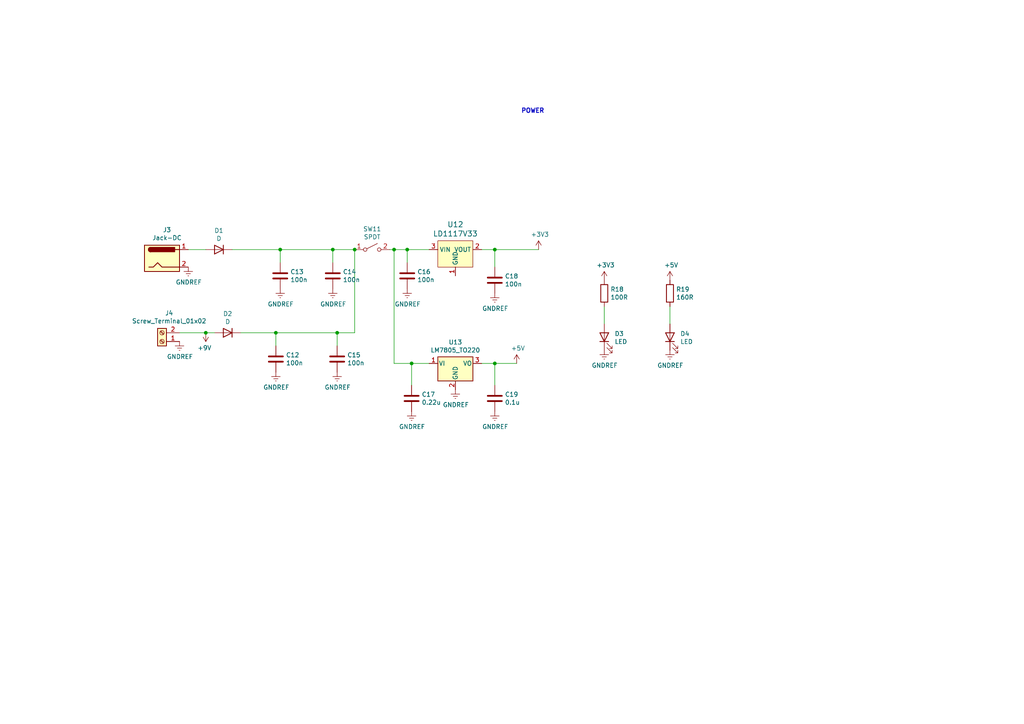
<source format=kicad_sch>
(kicad_sch (version 20211123) (generator eeschema)
  (paper "A4")
  (lib_symbols
    (symbol "Connector:Jack-DC" (pin_names (offset 1.016))
      (property "Reference" "J" (at 0 5.334 0))
      (property "Value" "Jack-DC" (at 0 -5.08 0))
      (symbol "Jack-DC_0_1"
        (rectangle (start -5.08 3.81) (end 5.08 -3.81) (stroke (width 0.254)) (fill (type background)))
        (arc (start -3.302 3.175) (mid -3.937 2.54) (end -3.302 1.905) (stroke (width 0.254)))
        (arc (start -3.302 3.175) (mid -3.937 2.54) (end -3.302 1.905) (stroke (width 0.254)) (fill (type outline)))
        (polyline (pts (xy 5.08 2.54) (xy 3.81 2.54)) (stroke (width 0.254)))
        (polyline (pts (xy -3.81 -2.54) (xy -2.54 -2.54) (xy -1.27 -1.27) (xy 0 -2.54) (xy 2.54 -2.54) (xy 5.08 -2.54)) (stroke (width 0.254)))
        (rectangle (start 3.683 3.175) (end -3.302 1.905) (stroke (width 0.254)) (fill (type outline)))
      )
      (symbol "Jack-DC_1_1"
        (pin passive line (at 7.62 2.54 180) (length 2.54) (name "~") (number "1"))
        (pin passive line (at 7.62 -2.54 180) (length 2.54) (name "~") (number "2"))
      )
    )
    (symbol "Connector:Screw_Terminal_01x02" (pin_names (offset 1.016) hide)
      (property "Reference" "J" (at 0 2.54 0))
      (property "Value" "Screw_Terminal_01x02" (at 0 -5.08 0))
      (symbol "Screw_Terminal_01x02_1_1"
        (rectangle (start -1.27 1.27) (end 1.27 -3.81) (stroke (width 0.254)) (fill (type background)))
        (circle (center 0 -2.54) (radius 0.635) (stroke (width 0.1524)))
        (polyline (pts (xy -0.5334 -2.2098) (xy 0.3302 -3.048)) (stroke (width 0.1524)))
        (polyline (pts (xy -0.5334 0.3302) (xy 0.3302 -0.508)) (stroke (width 0.1524)))
        (polyline (pts (xy -0.3556 -2.032) (xy 0.508 -2.8702)) (stroke (width 0.1524)))
        (polyline (pts (xy -0.3556 0.508) (xy 0.508 -0.3302)) (stroke (width 0.1524)))
        (circle (center 0 0) (radius 0.635) (stroke (width 0.1524)))
        (pin passive line (at -5.08 0 0) (length 3.81) (name "Pin_1") (number "1"))
        (pin passive line (at -5.08 -2.54 0) (length 3.81) (name "Pin_2") (number "2"))
      )
    )
    (symbol "Device:C" (pin_numbers hide) (pin_names (offset 0.254))
      (property "Reference" "C" (at 0.635 2.54 0))
      (property "Value" "C" (at 0.635 -2.54 0))
      (symbol "C_0_1"
        (polyline (pts (xy -2.032 -0.762) (xy 2.032 -0.762)) (stroke (width 0.508)))
        (polyline (pts (xy -2.032 0.762) (xy 2.032 0.762)) (stroke (width 0.508)))
      )
      (symbol "C_1_1"
        (pin passive line (at 0 3.81 270) (length 2.794) (name "~") (number "1"))
        (pin passive line (at 0 -3.81 90) (length 2.794) (name "~") (number "2"))
      )
    )
    (symbol "Device:D" (pin_numbers hide) (pin_names (offset 1.016) hide)
      (property "Reference" "D" (at 0 2.54 0))
      (property "Value" "D" (at 0 -2.54 0))
      (symbol "D_0_1"
        (polyline (pts (xy -1.27 1.27) (xy -1.27 -1.27)) (stroke (width 0.254)))
        (polyline (pts (xy 1.27 0) (xy -1.27 0)))
        (polyline (pts (xy 1.27 1.27) (xy 1.27 -1.27) (xy -1.27 0) (xy 1.27 1.27)) (stroke (width 0.254)))
      )
      (symbol "D_1_1"
        (pin passive line (at -3.81 0 0) (length 2.54) (name "K") (number "1"))
        (pin passive line (at 3.81 0 180) (length 2.54) (name "A") (number "2"))
      )
    )
    (symbol "Device:LED" (pin_numbers hide) (pin_names (offset 1.016) hide)
      (property "Reference" "D" (at 0 2.54 0))
      (property "Value" "LED" (at 0 -2.54 0))
      (symbol "LED_0_1"
        (polyline (pts (xy -1.27 -1.27) (xy -1.27 1.27)) (stroke (width 0.254)))
        (polyline (pts (xy -1.27 0) (xy 1.27 0)))
        (polyline (pts (xy 1.27 -1.27) (xy 1.27 1.27) (xy -1.27 0) (xy 1.27 -1.27)) (stroke (width 0.254)))
        (polyline (pts (xy -3.048 -0.762) (xy -4.572 -2.286) (xy -3.81 -2.286) (xy -4.572 -2.286) (xy -4.572 -1.524)))
        (polyline (pts (xy -1.778 -0.762) (xy -3.302 -2.286) (xy -2.54 -2.286) (xy -3.302 -2.286) (xy -3.302 -1.524)))
      )
      (symbol "LED_1_1"
        (pin passive line (at -3.81 0 0) (length 2.54) (name "K") (number "1"))
        (pin passive line (at 3.81 0 180) (length 2.54) (name "A") (number "2"))
      )
    )
    (symbol "Device:R" (pin_numbers hide) (pin_names (offset 0))
      (property "Reference" "R" (at 2.032 0 90))
      (property "Value" "R" (at 0 0 90))
      (symbol "R_0_1"
        (rectangle (start -1.016 -2.54) (end 1.016 2.54) (stroke (width 0.254)))
      )
      (symbol "R_1_1"
        (pin passive line (at 0 3.81 270) (length 1.27) (name "~") (number "1"))
        (pin passive line (at 0 -3.81 90) (length 1.27) (name "~") (number "2"))
      )
    )
    (symbol "Regulator_Linear:LM7805_TO220" (pin_names (offset 0.254))
      (property "Reference" "U" (at -3.81 3.175 0))
      (property "Value" "LM7805_TO220" (at 0 3.175 0))
      (symbol "LM7805_TO220_0_1"
        (rectangle (start -5.08 1.905) (end 5.08 -5.08) (stroke (width 0.254)) (fill (type background)))
      )
      (symbol "LM7805_TO220_1_1"
        (pin power_in line (at -7.62 0 0) (length 2.54) (name "VI") (number "1"))
        (pin power_in line (at 0 -7.62 90) (length 2.54) (name "GND") (number "2"))
        (pin power_out line (at 7.62 0 180) (length 2.54) (name "VO") (number "3"))
      )
    )
    (symbol "Switch:SW_SPST" (pin_names (offset 0) hide)
      (property "Reference" "SW" (at 0 3.175 0))
      (property "Value" "SW_SPST" (at 0 -2.54 0))
      (symbol "SW_SPST_0_0"
        (circle (center -2.032 0) (radius 0.508))
        (polyline (pts (xy -1.524 0.254) (xy 1.524 1.778)))
        (circle (center 2.032 0) (radius 0.508))
      )
      (symbol "SW_SPST_1_1"
        (pin passive line (at -5.08 0 0) (length 2.54) (name "A") (number "1"))
        (pin passive line (at 5.08 0 180) (length 2.54) (name "B") (number "2"))
      )
    )
    (symbol "dk_PMIC-Voltage-Regulators-Linear:LD1117V33"
      (property "Reference" "U" (at 0 3.81 0))
      (property "Value" "dk_PMIC-Voltage-Regulators-Linear_LD1117V33" (at 0 6.35 0))
      (symbol "LD1117V33_1_1"
        (rectangle (start -5.08 2.54) (end 5.08 -5.08) (fill (type background)))
        (pin power_in line (at 0 -7.62 90) (length 2.54) (name "GND") (number "1"))
        (pin power_out line (at 7.62 0 180) (length 2.54) (name "VOUT") (number "2"))
        (pin power_in line (at -7.62 0 0) (length 2.54) (name "VIN") (number "3"))
      )
    )
    (symbol "power:+3.3V" (power) (pin_names (offset 0))
      (property "Value" "+3.3V" (at 0 3.556 0))
      (symbol "+3.3V_0_1"
        (polyline (pts (xy -0.762 1.27) (xy 0 2.54)))
        (polyline (pts (xy 0 0) (xy 0 2.54)))
        (polyline (pts (xy 0 2.54) (xy 0.762 1.27)))
      )
      (symbol "+3.3V_1_1"
        (pin power_in line (at 0 0 90) (length 0) hide (name "+3V3") (number "1"))
      )
    )
    (symbol "power:+5V" (power) (pin_names (offset 0))
      (property "Value" "+5V" (at 0 3.556 0))
      (symbol "+5V_0_1"
        (polyline (pts (xy -0.762 1.27) (xy 0 2.54)))
        (polyline (pts (xy 0 0) (xy 0 2.54)))
        (polyline (pts (xy 0 2.54) (xy 0.762 1.27)))
      )
      (symbol "+5V_1_1"
        (pin power_in line (at 0 0 90) (length 0) hide (name "+5V") (number "1"))
      )
    )
    (symbol "power:+9V" (power) (pin_names (offset 0))
      (property "Value" "+9V" (at 0 3.556 0))
      (symbol "+9V_0_1"
        (polyline (pts (xy -0.762 1.27) (xy 0 2.54)))
        (polyline (pts (xy 0 0) (xy 0 2.54)))
        (polyline (pts (xy 0 2.54) (xy 0.762 1.27)))
      )
      (symbol "+9V_1_1"
        (pin power_in line (at 0 0 90) (length 0) hide (name "+9V") (number "1"))
      )
    )
    (symbol "power:GNDREF" (power) (pin_names (offset 0))
      (property "Value" "GNDREF" (at 0 -3.81 0))
      (symbol "GNDREF_0_1"
        (polyline (pts (xy -0.635 -1.905) (xy 0.635 -1.905)))
        (polyline (pts (xy -0.127 -2.54) (xy 0.127 -2.54)))
        (polyline (pts (xy 0 -1.27) (xy 0 0)))
        (polyline (pts (xy 1.27 -1.27) (xy -1.27 -1.27)))
      )
      (symbol "GNDREF_1_1"
        (pin power_in line (at 0 0 270) (length 0) hide (name "GNDREF") (number "1"))
      )
    )
  )
  (junction (at 80.01 96.52))
  (junction (at 143.51 105.41))
  (junction (at 59.69 96.52))
  (junction (at 118.11 72.39))
  (junction (at 143.51 72.39))
  (junction (at 119.38 105.41))
  (junction (at 102.87 72.39))
  (junction (at 114.3 72.39))
  (junction (at 81.28 72.39))
  (junction (at 97.79 96.52))
  (junction (at 96.52 72.39))
  (wire (pts (xy 81.28 72.39) (xy 81.28 76.2)))
  (wire (pts (xy 69.85 96.52) (xy 80.01 96.52)))
  (wire (pts (xy 143.51 72.39) (xy 156.21 72.39)))
  (wire (pts (xy 80.01 96.52) (xy 80.01 100.33)))
  (wire (pts (xy 139.7 72.39) (xy 143.51 72.39)))
  (wire (pts (xy 119.38 105.41) (xy 124.46 105.41)))
  (wire (pts (xy 118.11 76.2) (xy 118.11 72.39)))
  (wire (pts (xy 97.79 96.52) (xy 97.79 100.33)))
  (wire (pts (xy 175.26 88.9) (xy 175.26 93.98)))
  (wire (pts (xy 81.28 72.39) (xy 96.52 72.39)))
  (wire (pts (xy 114.3 105.41) (xy 119.38 105.41)))
  (wire (pts (xy 143.51 105.41) (xy 143.51 111.76)))
  (wire (pts (xy 67.31 72.39) (xy 81.28 72.39)))
  (wire (pts (xy 118.11 72.39) (xy 124.46 72.39)))
  (wire (pts (xy 194.31 88.9) (xy 194.31 93.98)))
  (wire (pts (xy 143.51 72.39) (xy 143.51 77.47)))
  (wire (pts (xy 114.3 72.39) (xy 114.3 105.41)))
  (wire (pts (xy 102.87 72.39) (xy 96.52 72.39)))
  (wire (pts (xy 80.01 96.52) (xy 97.79 96.52)))
  (wire (pts (xy 102.87 96.52) (xy 102.87 72.39)))
  (wire (pts (xy 139.7 105.41) (xy 143.51 105.41)))
  (wire (pts (xy 96.52 72.39) (xy 96.52 76.2)))
  (wire (pts (xy 113.03 72.39) (xy 114.3 72.39)))
  (wire (pts (xy 52.07 96.52) (xy 59.69 96.52)))
  (wire (pts (xy 119.38 111.76) (xy 119.38 105.41)))
  (wire (pts (xy 62.23 96.52) (xy 59.69 96.52)))
  (wire (pts (xy 143.51 105.41) (xy 149.86 105.41)))
  (wire (pts (xy 54.61 72.39) (xy 59.69 72.39)))
  (wire (pts (xy 97.79 96.52) (xy 102.87 96.52)))
  (wire (pts (xy 114.3 72.39) (xy 118.11 72.39)))
  (text "POWER" (at 151.13 33.02 0) (effects (font (size 1.27 1.27) (thickness 0.254) bold) (justify left bottom)))
  (symbol (lib_id "power:GNDREF") (at 132.08 113.03 0) (unit 1)
    (property "Reference" "#PWR0109" (effects hide))
    (property "Value" "GNDREF" (at 132.207 117.4242 0))
  )
  (symbol (lib_id "power:+9V") (at 59.69 96.52 180) (unit 1)
    (property "Reference" "#PWR0101" (effects hide))
    (property "Value" "+9V" (at 59.309 100.9142 0))
  )
  (symbol (lib_id "Connector:Jack-DC") (at 46.99 74.93 0) (unit 1)
    (property "Reference" "J3" (at 48.4378 66.675 0))
    (property "Value" "Jack-DC" (at 48.4378 68.9864 0))
    (property "Footprint" "Connector_BarrelJack:BarrelJack_Horizontal" (effects hide))
  )
  (symbol (lib_id "Connector:Screw_Terminal_01x02") (at 46.99 99.06 180) (unit 1)
    (property "Reference" "J4" (at 49.0728 90.805 0))
    (property "Value" "Screw_Terminal_01x02" (at 49.0728 93.1164 0))
    (property "Footprint" "TerminalBlock:TerminalBlock_Altech_AK300-2_P5.00mm" (effects hide))
  )
  (symbol (lib_id "Device:D") (at 63.5 72.39 180) (unit 1)
    (property "Reference" "D1" (at 63.5 66.8782 0))
    (property "Value" "D" (at 63.5 69.1896 0))
    (property "Footprint" "Diode_THT:D_DO-41_SOD81_P2.54mm_Vertical_KathodeUp" (effects hide))
  )
  (symbol (lib_id "Device:C") (at 81.28 80.01 0) (unit 1)
    (property "Reference" "C13" (at 84.201 78.8416 0) (effects (justify left)))
    (property "Value" "100n" (at 84.201 81.153 0) (effects (justify left)))
    (property "Footprint" "Capacitor_THT:CP_Radial_D4.0mm_P1.50mm" (effects hide))
  )
  (symbol (lib_id "Device:C") (at 96.52 80.01 0) (unit 1)
    (property "Reference" "C14" (at 99.441 78.8416 0) (effects (justify left)))
    (property "Value" "100n" (at 99.441 81.153 0) (effects (justify left)))
    (property "Footprint" "Capacitor_THT:CP_Radial_D4.0mm_P1.50mm" (effects hide))
  )
  (symbol (lib_id "Device:D") (at 66.04 96.52 180) (unit 1)
    (property "Reference" "D2" (at 66.04 91.0082 0))
    (property "Value" "D" (at 66.04 93.3196 0))
    (property "Footprint" "Diode_THT:D_DO-41_SOD81_P2.54mm_Vertical_KathodeUp" (effects hide))
  )
  (symbol (lib_id "Device:C") (at 80.01 104.14 0) (unit 1)
    (property "Reference" "C12" (at 82.931 102.9716 0) (effects (justify left)))
    (property "Value" "100n" (at 82.931 105.283 0) (effects (justify left)))
    (property "Footprint" "Capacitor_THT:CP_Radial_D4.0mm_P1.50mm" (effects hide))
  )
  (symbol (lib_id "Device:C") (at 97.79 104.14 0) (unit 1)
    (property "Reference" "C15" (at 100.711 102.9716 0) (effects (justify left)))
    (property "Value" "100n" (at 100.711 105.283 0) (effects (justify left)))
    (property "Footprint" "Capacitor_THT:CP_Radial_D4.0mm_P1.50mm" (effects hide))
  )
  (symbol (lib_id "power:GNDREF") (at 52.07 99.06 0) (unit 1)
    (property "Reference" "#PWR025" (effects hide))
    (property "Value" "GNDREF" (at 52.197 103.4542 0))
  )
  (symbol (lib_id "power:GNDREF") (at 54.61 77.47 0) (unit 1)
    (property "Reference" "#PWR026" (effects hide))
    (property "Value" "GNDREF" (at 54.737 81.8642 0))
  )
  (symbol (lib_id "power:GNDREF") (at 81.28 83.82 0) (unit 1)
    (property "Reference" "#PWR028" (effects hide))
    (property "Value" "GNDREF" (at 81.407 88.2142 0))
  )
  (symbol (lib_id "power:GNDREF") (at 96.52 83.82 0) (unit 1)
    (property "Reference" "#PWR029" (effects hide))
    (property "Value" "GNDREF" (at 96.647 88.2142 0))
  )
  (symbol (lib_id "power:GNDREF") (at 80.01 107.95 0) (unit 1)
    (property "Reference" "#PWR027" (effects hide))
    (property "Value" "GNDREF" (at 80.137 112.3442 0))
  )
  (symbol (lib_id "power:GNDREF") (at 97.79 107.95 0) (unit 1)
    (property "Reference" "#PWR030" (effects hide))
    (property "Value" "GNDREF" (at 97.917 112.3442 0))
  )
  (symbol (lib_id "Switch:SW_SPST") (at 107.95 72.39 0) (unit 1)
    (property "Reference" "SW11" (at 107.95 66.421 0))
    (property "Value" "SPDT" (at 107.95 68.7324 0))
    (property "Footprint" "Button_Switch_THT:SW_CuK_OS102011MA1QN1_SPDT_Angled" (effects hide))
  )
  (symbol (lib_id "dk_PMIC-Voltage-Regulators-Linear:LD1117V33") (at 132.08 72.39 0) (unit 1)
    (property "Reference" "U12" (at 132.08 65.1002 0) (effects (font (size 1.524 1.524))))
    (property "Value" "LD1117V33" (at 132.08 67.7926 0) (effects (font (size 1.524 1.524))))
    (property "Footprint" "digikey-footprints:TO-220-3" (effects hide))
    (property "Datasheet" "http://www.st.com/content/ccc/resource/technical/document/datasheet/99/3b/7d/91/91/51/4b/be/CD00000544.pdf/files/CD00000544.pdf/jcr:content/translations/en.CD00000544.pdf" (effects hide))
    (property "Digi-Key_PN" "497-1491-5-ND" (effects hide))
    (property "MPN" "LD1117V33" (effects hide))
    (property "Category" "Integrated Circuits (ICs)" (effects hide))
    (property "Family" "PMIC - Voltage Regulators - Linear" (effects hide))
    (property "DK_Datasheet_Link" "http://www.st.com/content/ccc/resource/technical/document/datasheet/99/3b/7d/91/91/51/4b/be/CD00000544.pdf/files/CD00000544.pdf/jcr:content/translations/en.CD00000544.pdf" (effects hide))
    (property "DK_Detail_Page" "/product-detail/en/stmicroelectronics/LD1117V33/497-1491-5-ND/586012" (effects hide))
    (property "Description" "IC REG LINEAR 3.3V 800MA TO220AB" (effects hide))
    (property "Manufacturer" "STMicroelectronics" (effects hide))
    (property "Status" "Active" (effects hide))
  )
  (symbol (lib_id "Device:C") (at 118.11 80.01 0) (unit 1)
    (property "Reference" "C16" (at 121.031 78.8416 0) (effects (justify left)))
    (property "Value" "100n" (at 121.031 81.153 0) (effects (justify left)))
    (property "Footprint" "Capacitor_THT:CP_Radial_D4.0mm_P1.50mm" (effects hide))
  )
  (symbol (lib_id "power:GNDREF") (at 118.11 83.82 0) (unit 1)
    (property "Reference" "#PWR031" (effects hide))
    (property "Value" "GNDREF" (at 118.237 88.2142 0))
  )
  (symbol (lib_id "Device:C") (at 143.51 81.28 0) (unit 1)
    (property "Reference" "C18" (at 146.431 80.1116 0) (effects (justify left)))
    (property "Value" "100n" (at 146.431 82.423 0) (effects (justify left)))
    (property "Footprint" "Capacitor_THT:CP_Radial_D4.0mm_P1.50mm" (effects hide))
  )
  (symbol (lib_id "power:GNDREF") (at 143.51 85.09 0) (unit 1)
    (property "Reference" "#PWR033" (effects hide))
    (property "Value" "GNDREF" (at 143.637 89.4842 0))
  )
  (symbol (lib_id "Regulator_Linear:LM7805_TO220") (at 132.08 105.41 0) (unit 1)
    (property "Reference" "U13" (at 132.08 99.2632 0))
    (property "Value" "LM7805_TO220" (at 132.08 101.5746 0))
    (property "Footprint" "Package_TO_SOT_THT:TO-220-3_Vertical" (effects hide))
    (property "Datasheet" "https://www.onsemi.cn/PowerSolutions/document/MC7800-D.PDF" (effects hide))
  )
  (symbol (lib_id "Device:C") (at 119.38 115.57 0) (unit 1)
    (property "Reference" "C17" (at 122.301 114.4016 0) (effects (justify left)))
    (property "Value" "0.22u" (at 122.301 116.713 0) (effects (justify left)))
    (property "Footprint" "Capacitor_THT:CP_Radial_D5.0mm_P2.50mm" (effects hide))
  )
  (symbol (lib_id "Device:C") (at 143.51 115.57 0) (unit 1)
    (property "Reference" "C19" (at 146.431 114.4016 0) (effects (justify left)))
    (property "Value" "0.1u" (at 146.431 116.713 0) (effects (justify left)))
    (property "Footprint" "Capacitor_THT:CP_Radial_D4.0mm_P1.50mm" (effects hide))
  )
  (symbol (lib_id "power:GNDREF") (at 119.38 119.38 0) (unit 1)
    (property "Reference" "#PWR032" (effects hide))
    (property "Value" "GNDREF" (at 119.507 123.7742 0))
  )
  (symbol (lib_id "power:GNDREF") (at 143.51 119.38 0) (unit 1)
    (property "Reference" "#PWR034" (effects hide))
    (property "Value" "GNDREF" (at 143.637 123.7742 0))
  )
  (symbol (lib_id "power:+3.3V") (at 156.21 72.39 0) (unit 1)
    (property "Reference" "#PWR036" (effects hide))
    (property "Value" "+3.3V" (at 156.591 67.9958 0))
  )
  (symbol (lib_id "power:+5V") (at 149.86 105.41 0) (unit 1)
    (property "Reference" "#PWR035" (effects hide))
    (property "Value" "+5V" (at 150.241 101.0158 0))
  )
  (symbol (lib_id "Device:LED") (at 175.26 97.79 90) (unit 1)
    (property "Reference" "D3" (at 178.2572 96.7994 90) (effects (justify right)))
    (property "Value" "LED" (at 178.2572 99.1108 90) (effects (justify right)))
    (property "Footprint" "LED_SMD:LED_1206_3216Metric" (effects hide))
  )
  (symbol (lib_id "Device:R") (at 175.26 85.09 0) (unit 1)
    (property "Reference" "R18" (at 177.038 83.9216 0) (effects (justify left)))
    (property "Value" "100R" (at 177.038 86.233 0) (effects (justify left)))
    (property "Footprint" "Resistor_SMD:R_2512_6332Metric" (effects hide))
  )
  (symbol (lib_id "power:+3.3V") (at 175.26 81.28 0) (unit 1)
    (property "Reference" "#PWR037" (effects hide))
    (property "Value" "+3.3V" (at 175.641 76.8858 0))
  )
  (symbol (lib_id "Device:LED") (at 194.31 97.79 90) (unit 1)
    (property "Reference" "D4" (at 197.3072 96.7994 90) (effects (justify right)))
    (property "Value" "LED" (at 197.3072 99.1108 90) (effects (justify right)))
    (property "Footprint" "LED_SMD:LED_1206_3216Metric" (effects hide))
  )
  (symbol (lib_id "Device:R") (at 194.31 85.09 0) (unit 1)
    (property "Reference" "R19" (at 196.088 83.9216 0) (effects (justify left)))
    (property "Value" "160R" (at 196.088 86.233 0) (effects (justify left)))
    (property "Footprint" "digikey-footprints:0603" (effects hide))
  )
  (symbol (lib_id "power:+5V") (at 194.31 81.28 0) (unit 1)
    (property "Reference" "#PWR039" (effects hide))
    (property "Value" "+5V" (at 194.691 76.8858 0))
  )
  (symbol (lib_id "power:GNDREF") (at 175.26 101.6 0) (unit 1)
    (property "Reference" "#PWR038" (effects hide))
    (property "Value" "GNDREF" (at 175.387 105.9942 0))
  )
  (symbol (lib_id "power:GNDREF") (at 194.31 101.6 0) (unit 1)
    (property "Reference" "#PWR040" (effects hide))
    (property "Value" "GNDREF" (at 194.437 105.9942 0))
  )
)
</source>
